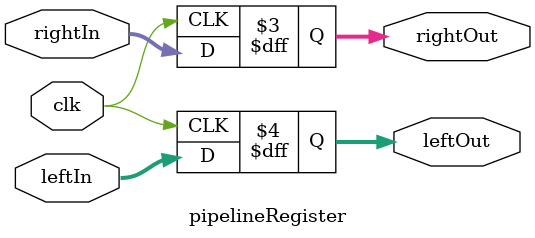
<source format=sv>
`timescale 1ns / 1ps


module pipelineRegister(
    input logic clk,
    input logic [31:0] leftIn, rightIn,
    output logic [31:0] leftOut, rightOut
    );
    
    always_ff @(posedge clk) 
    begin
        leftOut <= leftIn;
    end

    always_ff @(posedge clk)
    begin
        rightOut <= rightIn;
    end

    
endmodule

</source>
